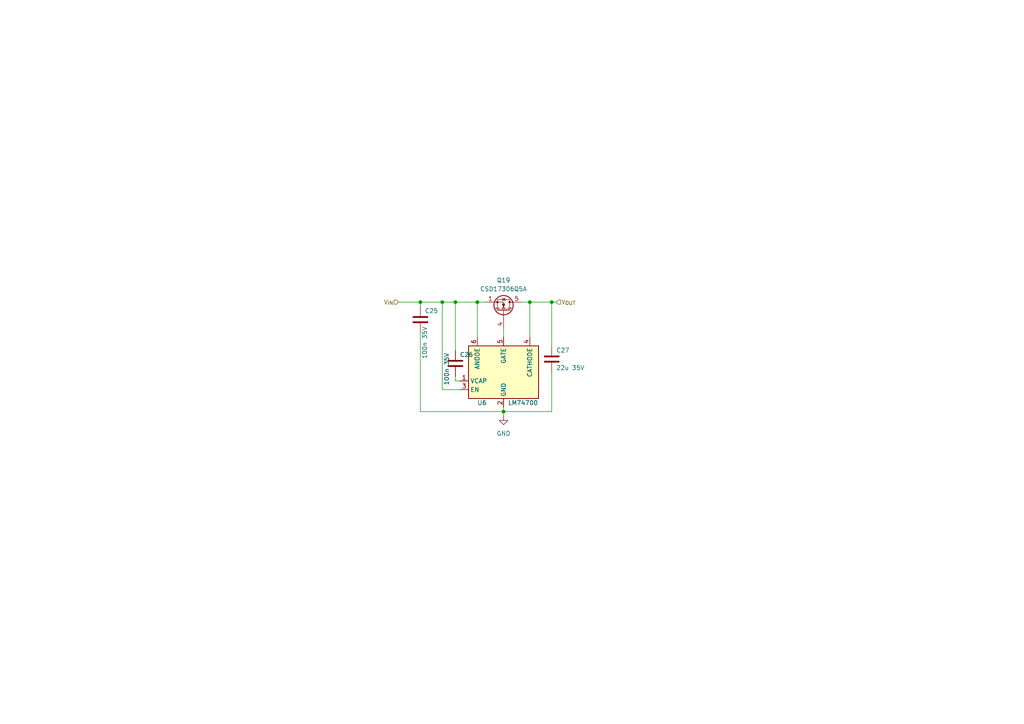
<source format=kicad_sch>
(kicad_sch (version 20231120) (generator "eeschema") (generator_version "8.0")
  (paper "A4")
  (lib_symbols
    (symbol "Device:C" (pin_numbers hide) (pin_names (offset 0.254))
      (property "Reference" "C" (at 0.635 2.54 0))
      (property "Value" "C" (at 0.635 -2.54 0))
      (symbol "C_0_1"
        (polyline (pts (xy -2.032 -0.762) (xy 2.032 -0.762)) (stroke (width 0.508)))
        (polyline (pts (xy -2.032 0.762) (xy 2.032 0.762)) (stroke (width 0.508)))
      )
      (symbol "C_1_1"
        (pin passive line (at 0 3.81 270) (length 2.794) (name "~") (number "1"))
        (pin passive line (at 0 -3.81 90) (length 2.794) (name "~") (number "2"))
      )
    )
    (symbol "Power_Management:LM74700"
      (property "Reference" "U" (at -9.525 -8.89 0))
      (property "Value" "LM74700" (at 7.62 -8.89 0))
      (symbol "LM74700_0_1"
        (rectangle (start -10.16 7.62) (end 10.16 -7.62) (stroke (width 0.254)) (fill (type background)))
      )
      (symbol "LM74700_1_1"
        (pin passive line (at -12.7 -2.54 0) (length 2.54) (name "VCAP") (number "1"))
        (pin power_in line (at 0 -10.16 90) (length 2.54) (name "GND") (number "2"))
        (pin input line (at -12.7 -5.08 0) (length 2.54) (name "EN") (number "3"))
        (pin input line (at 7.62 10.16 270) (length 2.54) (name "CATHODE") (number "4"))
        (pin output line (at 0 10.16 270) (length 2.54) (name "GATE") (number "5"))
        (pin power_in line (at -7.62 10.16 270) (length 2.54) (name "ANODE") (number "6"))
      )
    )
    (symbol "Transistor_FET:CSD17306Q5A" (pin_names hide)
      (property "Reference" "Q" (at 5.08 1.905 0))
      (property "Value" "CSD17306Q5A" (at 5.08 0 0))
      (symbol "CSD17306Q5A_0_1"
        (polyline (pts (xy 0.254 0) (xy -2.54 0)))
        (polyline (pts (xy 0.254 1.905) (xy 0.254 -1.905)) (stroke (width 0.254)))
        (polyline (pts (xy 0.762 -1.27) (xy 0.762 -2.286)) (stroke (width 0.254)))
        (polyline (pts (xy 0.762 0.508) (xy 0.762 -0.508)) (stroke (width 0.254)))
        (polyline (pts (xy 0.762 2.286) (xy 0.762 1.27)) (stroke (width 0.254)))
        (polyline (pts (xy 2.54 2.54) (xy 2.54 1.778)))
        (polyline (pts (xy 2.54 -2.54) (xy 2.54 0) (xy 0.762 0)))
        (polyline (pts (xy 0.762 -1.778) (xy 3.302 -1.778) (xy 3.302 1.778) (xy 0.762 1.778)))
        (polyline (pts (xy 1.016 0) (xy 2.032 0.381) (xy 2.032 -0.381) (xy 1.016 0)) (fill (type outline)))
        (polyline (pts (xy 2.794 0.508) (xy 2.921 0.381) (xy 3.683 0.381) (xy 3.81 0.254)))
        (polyline (pts (xy 3.302 0.381) (xy 2.921 -0.254) (xy 3.683 -0.254) (xy 3.302 0.381)))
        (circle (center 1.651 0) (radius 2.794) (stroke (width 0.254)))
        (circle (center 2.54 -1.778) (radius 0.254) (fill (type outline)))
        (circle (center 2.54 1.778) (radius 0.254) (fill (type outline)))
      )
      (symbol "CSD17306Q5A_1_1"
        (pin passive line (at 2.54 -5.08 90) (length 2.54) (name "S") (number "1"))
        (pin passive line (at 2.54 -5.08 90) (length 2.54) hide (name "S") (number "2"))
        (pin passive line (at 2.54 -5.08 90) (length 2.54) hide (name "S") (number "3"))
        (pin passive line (at -5.08 0 0) (length 2.54) (name "G") (number "4"))
        (pin passive line (at 2.54 5.08 270) (length 2.54) (name "D") (number "5"))
      )
    )
    (symbol "power:GND" (power) (pin_numbers hide) (pin_names (offset 0) hide)
      (property "Value" "GND" (at 0 -3.81 0))
      (symbol "GND_0_1"
        (polyline (pts (xy 0 0) (xy 0 -1.27) (xy 1.27 -1.27) (xy 0 -2.54) (xy -1.27 -1.27) (xy 0 -1.27)))
      )
      (symbol "GND_1_1"
        (pin power_in line (at 0 0 270) (length 0) (name "~") (number "1"))
      )
    )
  )
  (junction (at 121.92 87.63))
  (junction (at 160.02 87.63))
  (junction (at 153.67 87.63))
  (junction (at 132.08 87.63))
  (junction (at 138.43 87.63))
  (junction (at 128.27 87.63))
  (junction (at 146.05 119.38))
  (wire (pts (xy 153.67 87.63) (xy 153.67 97.79)))
  (wire (pts (xy 151.13 87.63) (xy 153.67 87.63)))
  (wire (pts (xy 160.02 87.63) (xy 161.29 87.63)))
  (wire (pts (xy 132.08 101.6) (xy 132.08 87.63)))
  (wire (pts (xy 128.27 113.03) (xy 133.35 113.03)))
  (wire (pts (xy 138.43 87.63) (xy 132.08 87.63)))
  (wire (pts (xy 146.05 120.65) (xy 146.05 119.38)))
  (wire (pts (xy 128.27 87.63) (xy 132.08 87.63)))
  (wire (pts (xy 115.57 87.63) (xy 121.92 87.63)))
  (wire (pts (xy 160.02 107.95) (xy 160.02 119.38)))
  (wire (pts (xy 160.02 119.38) (xy 146.05 119.38)))
  (wire (pts (xy 146.05 119.38) (xy 121.92 119.38)))
  (wire (pts (xy 121.92 87.63) (xy 128.27 87.63)))
  (wire (pts (xy 121.92 88.9) (xy 121.92 87.63)))
  (wire (pts (xy 121.92 96.52) (xy 121.92 119.38)))
  (wire (pts (xy 133.35 110.49) (xy 132.08 110.49)))
  (wire (pts (xy 128.27 113.03) (xy 128.27 87.63)))
  (wire (pts (xy 146.05 119.38) (xy 146.05 118.11)))
  (wire (pts (xy 160.02 100.33) (xy 160.02 87.63)))
  (wire (pts (xy 138.43 87.63) (xy 140.97 87.63)))
  (wire (pts (xy 132.08 110.49) (xy 132.08 109.22)))
  (wire (pts (xy 146.05 95.25) (xy 146.05 97.79)))
  (wire (pts (xy 138.43 97.79) (xy 138.43 87.63)))
  (wire (pts (xy 160.02 87.63) (xy 153.67 87.63)))
  (hierarchical_label "V_{OUT}" (shape input) (at 161.29 87.63 0))
  (hierarchical_label "V_{IN}" (shape input) (at 115.57 87.63 180))
  (symbol (lib_id "power:GND") (at 146.05 120.65 0) (unit 1)
    (property "Reference" "#PWR064" (effects (hide yes)))
    (property "Value" "GND" (at 146.05 125.73 0))
    (property "Description" "Power symbol creates a global label with name \"GND\" , ground" (effects (hide yes)))
  )
  (symbol (lib_id "Power_Management:LM74700") (at 146.05 107.95 0) (unit 1)
    (property "Reference" "U6" (at 138.43 116.84 0) (effects (justify left)))
    (property "Value" "LM74700" (at 147.32 116.84 0) (effects (justify left)))
    (property "Footprint" "Package_TO_SOT_SMD:SOT-23-6" (effects (hide yes)))
    (property "Datasheet" "http://www.ti.com/lit/gpn/LM74700-Q1" (effects (hide yes)))
    (property "Description" "Low Iq reverse battery protection ideal diode controller, SOT-23-6" (effects (hide yes)))
  )
  (symbol (lib_id "Device:C") (at 121.92 92.71 0) (unit 1)
    (property "Reference" "C25" (at 123.19 90.17 0) (effects (justify left)))
    (property "Value" "100n 35V" (at 123.19 104.14 90) (effects (justify left)))
    (property "Footprint" "Capacitor_SMD:C_0603_1608Metric_Pad1.08x0.95mm_HandSolder" (effects (hide yes)))
    (property "Description" "Unpolarized capacitor" (effects (hide yes)))
  )
  (symbol (lib_id "Device:C") (at 160.02 104.14 0) (unit 1)
    (property "Reference" "C27" (at 161.29 101.6 0) (effects (justify left)))
    (property "Value" "22u 35V" (at 161.29 106.68 0) (effects (justify left)))
    (property "Footprint" "Capacitor_SMD:C_0805_2012Metric_Pad1.18x1.45mm_HandSolder" (effects (hide yes)))
    (property "Description" "Unpolarized capacitor" (effects (hide yes)))
  )
  (symbol (lib_id "Device:C") (at 132.08 105.41 0) (unit 1)
    (property "Reference" "C26" (at 133.35 102.87 0) (effects (justify left)))
    (property "Value" "100n 35V" (at 129.54 111.76 90) (effects (justify left)))
    (property "Footprint" "Capacitor_SMD:C_0603_1608Metric_Pad1.08x0.95mm_HandSolder" (effects (hide yes)))
    (property "Description" "Unpolarized capacitor" (effects (hide yes)))
  )
  (symbol (lib_id "Transistor_FET:CSD17306Q5A") (at 146.05 90.17 270) (mirror x) (unit 1)
    (property "Reference" "Q19" (at 146.05 81.28 90))
    (property "Value" "CSD17306Q5A" (at 146.05 83.82 90))
    (property "Footprint" "Package_TO_SOT_SMD:TDSON-8-1" (effects (hide yes)))
    (property "Datasheet" "http://www.ti.com/lit/gpn/csd17306q5a" (effects (hide yes)))
    (property "Description" "100A Id, 30V Vds, NexFET N-Channel Power MOSFET, 4.2mOhm Ron, Qg (typ) 11.8nC, SON8 5x6mm" (effects (hide yes)))
  )
)
</source>
